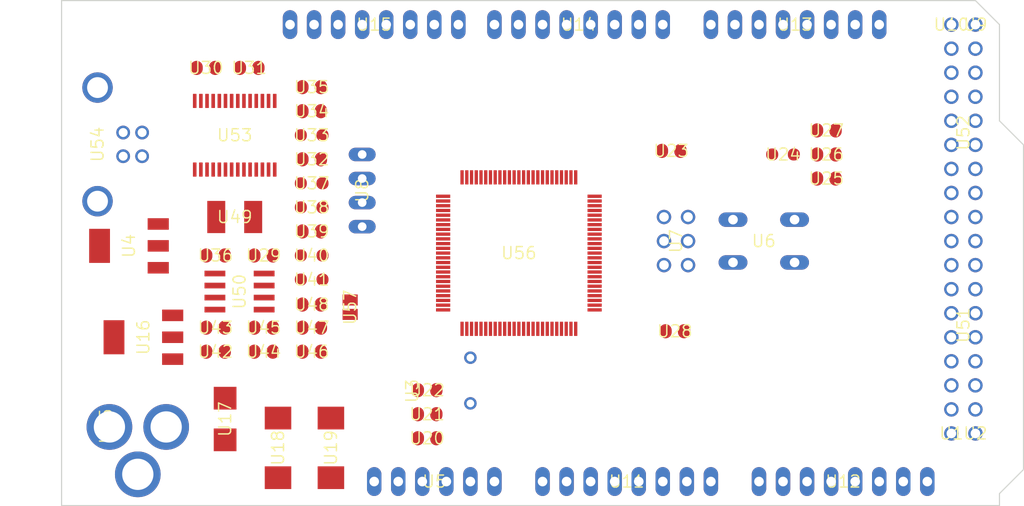
<source format=kicad_pcb>
(kicad_pcb (version 20221018) (generator pcbnew)
  (layers (0 "F.Cu" signal "Top") (31 "B.Cu" signal "Bottom") (34 "B.Paste" user) (35 "F.Paste" user) (36 "B.SilkS" user "B.Silkscreen") (37 "F.SilkS" user "F.Silkscreen") (38 "B.Mask" user) (39 "F.Mask" user) (44 "Edge.Cuts" user))
  (net 0 "")
  (net 1 "+5V")
  (net 2 "GND")
  (net 3 "N$6")
  (net 4 "N$7")
  (net 5 "AREF")
  (net 6 "RESET")
  (net 7 "VIN")
  (net 8 "N$3")
  (net 9 "PWRIN")
  (net 10 "M8RXD")
  (net 11 "M8TXD")
  (net 12 "ADC0")
  (net 13 "ADC2")
  (net 14 "ADC1")
  (net 15 "ADC3")
  (net 16 "ADC4")
  (net 17 "ADC5")
  (net 18 "ADC6")
  (net 19 "ADC7")
  (net 20 "+3V3")
  (net 21 "SDA")
  (net 22 "SCL")
  (net 23 "ADC9")
  (net 24 "ADC8")
  (net 25 "ADC10")
  (net 26 "ADC11")
  (net 27 "ADC12")
  (net 28 "ADC13")
  (net 29 "ADC14")
  (net 30 "ADC15")
  (net 31 "PB3")
  (net 32 "PB2")
  (net 33 "PB1")
  (net 34 "PB5")
  (net 35 "PB4")
  (net 36 "PE5")
  (net 37 "PE4")
  (net 38 "PE3")
  (net 39 "PE1")
  (net 40 "PE0")
  (net 41 "N$15")
  (net 42 "N$53")
  (net 43 "N$54")
  (net 44 "N$55")
  (net 45 "D-")
  (net 46 "D+")
  (net 47 "N$60")
  (net 48 "DTR")
  (net 49 "USBVCC")
  (net 50 "N$2")
  (net 51 "N$4")
  (net 52 "GATE_CMD")
  (net 53 "CMP")
  (net 54 "PB6")
  (net 55 "PH3")
  (net 56 "PH4")
  (net 57 "PH5")
  (net 58 "PH6")
  (net 59 "PG5")
  (net 60 "RXD1")
  (net 61 "TXD1")
  (net 62 "RXD2")
  (net 63 "RXD3")
  (net 64 "TXD2")
  (net 65 "TXD3")
  (net 66 "PC0")
  (net 67 "PC1")
  (net 68 "PC2")
  (net 69 "PC3")
  (net 70 "PC4")
  (net 71 "PC5")
  (net 72 "PC6")
  (net 73 "PC7")
  (net 74 "PB0")
  (net 75 "PG0")
  (net 76 "PG1")
  (net 77 "PG2")
  (net 78 "PD7")
  (net 79 "PA0")
  (net 80 "PA1")
  (net 81 "PA2")
  (net 82 "PA3")
  (net 83 "PA4")
  (net 84 "PA5")
  (net 85 "PA6")
  (net 86 "PA7")
  (net 87 "PL0")
  (net 88 "PL1")
  (net 89 "PL2")
  (net 90 "PL3")
  (net 91 "PL4")
  (net 92 "PL5")
  (net 93 "PL6")
  (net 94 "PL7")
  (net 95 "PB7")
  (net 96 "CTS")
  (net 97 "DSR")
  (net 98 "DCD")
  (net 99 "RI")
  (footprint "Arduino_MEGA_Reference_Design:2X03" (layer "F.Cu") (at 162.5981 103.7336 -90)
    (fp_text reference "U7")
    (fp_text value "")
  )
  (footprint "Arduino_MEGA_Reference_Design:1X08" (layer "F.Cu") (at 152.3111 80.8736 180)
    (fp_text reference "U14")
    (fp_text value "")
  )
  (footprint "Arduino_MEGA_Reference_Design:1X08" (layer "F.Cu") (at 130.7211 80.8736 180)
    (fp_text reference "U15")
    (fp_text value "")
  )
  (footprint "Arduino_MEGA_Reference_Design:SMC_D" (layer "F.Cu") (at 120.5611 125.5776 -90)
    (fp_text reference "U18")
    (fp_text value "")
  )
  (footprint "Arduino_MEGA_Reference_Design:SMC_D" (layer "F.Cu") (at 126.1491 125.5776 -90)
    (fp_text reference "U19")
    (fp_text value "")
  )
  (footprint "Arduino_MEGA_Reference_Design:B3F-10XX" (layer "F.Cu") (at 171.8691 103.7336 180)
    (fp_text reference "U6")
    (fp_text value "")
  )
  (footprint "Arduino_MEGA_Reference_Design:0805RND" (layer "F.Cu") (at 173.9011 94.5896 180)
    (fp_text reference "U24")
    (fp_text value "")
  )
  (footprint "Arduino_MEGA_Reference_Design:SMB" (layer "F.Cu") (at 114.9731 122.5296 -90)
    (fp_text reference "U17")
    (fp_text value "")
  )
  (footprint "Arduino_MEGA_Reference_Design:DC-21MM" (layer "F.Cu") (at 103.0351 123.2916 90)
    (fp_text reference "U55")
    (fp_text value "")
  )
  (footprint "Arduino_MEGA_Reference_Design:HC49_S" (layer "F.Cu") (at 140.8811 118.4656 90)
    (fp_text reference "U3")
    (fp_text value "")
  )
  (footprint "Arduino_MEGA_Reference_Design:SOT223" (layer "F.Cu") (at 106.3371 113.8936 90)
    (fp_text reference "U16")
    (fp_text value "")
  )
  (footprint "Arduino_MEGA_Reference_Design:1X06" (layer "F.Cu") (at 137.0711 129.1336)
    (fp_text reference "U5")
    (fp_text value "")
  )
  (footprint "Arduino_MEGA_Reference_Design:C0805RND" (layer "F.Cu") (at 124.1171 87.4776)
    (fp_text reference "U35")
    (fp_text value "")
  )
  (footprint "Arduino_MEGA_Reference_Design:C0805RND" (layer "F.Cu") (at 162.4711 113.2586)
    (fp_text reference "U28")
    (fp_text value "")
  )
  (footprint "Arduino_MEGA_Reference_Design:C0805RND" (layer "F.Cu") (at 136.3091 122.0216)
    (fp_text reference "U21")
    (fp_text value "")
  )
  (footprint "Arduino_MEGA_Reference_Design:C0805RND" (layer "F.Cu") (at 136.3091 119.4816)
    (fp_text reference "U22")
    (fp_text value "")
  )
  (footprint "Arduino_MEGA_Reference_Design:C0805RND" (layer "F.Cu") (at 113.9571 112.8776)
    (fp_text reference "U43")
    (fp_text value "")
  )
  (footprint "Arduino_MEGA_Reference_Design:RCL_0805RND" (layer "F.Cu") (at 124.1171 105.2576)
    (fp_text reference "U40")
    (fp_text value "")
  )
  (footprint "Arduino_MEGA_Reference_Design:RCL_0805RND" (layer "F.Cu") (at 124.1171 107.7976)
    (fp_text reference "U41")
    (fp_text value "")
  )
  (footprint "Arduino_MEGA_Reference_Design:1X08" (layer "F.Cu") (at 157.3911 129.1336)
    (fp_text reference "U11")
    (fp_text value "")
  )
  (footprint "Arduino_MEGA_Reference_Design:1X08" (layer "F.Cu") (at 175.1711 80.8736 180)
    (fp_text reference "U13")
    (fp_text value "")
  )
  (footprint "Arduino_MEGA_Reference_Design:R0805RND" (layer "F.Cu") (at 178.4731 94.5896 180)
    (fp_text reference "U26")
    (fp_text value "")
  )
  (footprint "Arduino_MEGA_Reference_Design:R0805RND" (layer "F.Cu") (at 178.4731 92.0496 180)
    (fp_text reference "U27")
    (fp_text value "")
  )
  (footprint "Arduino_MEGA_Reference_Design:TQFP100" (layer "F.Cu") (at 146.00128173828125 105.0035171508789 0)
    (fp_text reference "U56")
    (fp_text value "")
  )
  (footprint "Arduino_MEGA_Reference_Design:C0805RND" (layer "F.Cu") (at 162.0901 94.2086 180)
    (fp_text reference "U23")
    (fp_text value "")
  )
  (footprint "Arduino_MEGA_Reference_Design:C0805RND" (layer "F.Cu") (at 136.3091 124.5616)
    (fp_text reference "U20")
    (fp_text value "")
  )
  (footprint "Arduino_MEGA_Reference_Design:1X08" (layer "F.Cu") (at 180.2511 129.1336)
    (fp_text reference "U12")
    (fp_text value "")
  )
  (footprint "Arduino_MEGA_Reference_Design:R0805RND" (layer "F.Cu") (at 124.1171 112.8776)
    (fp_text reference "U47")
    (fp_text value "")
  )
  (footprint "Arduino_MEGA_Reference_Design:C0805RND" (layer "F.Cu") (at 124.1171 115.4176)
    (fp_text reference "U46")
    (fp_text value "")
  )
  (footprint "Arduino_MEGA_Reference_Design:C0805RND" (layer "F.Cu") (at 113.9571 105.2576)
    (fp_text reference "U36")
    (fp_text value "")
  )
  (footprint "Arduino_MEGA_Reference_Design:C0805RND" (layer "F.Cu") (at 112.9411 85.4456)
    (fp_text reference "U30")
    (fp_text value "")
  )
  (footprint "Arduino_MEGA_Reference_Design:0805RND" (layer "F.Cu") (at 124.1171 100.1776 180)
    (fp_text reference "U38")
    (fp_text value "")
  )
  (footprint "Arduino_MEGA_Reference_Design:0805RND" (layer "F.Cu") (at 124.1171 97.6376 180)
    (fp_text reference "U37")
    (fp_text value "")
  )
  (footprint "Arduino_MEGA_Reference_Design:R0805RND" (layer "F.Cu") (at 124.1171 95.0976)
    (fp_text reference "U32")
    (fp_text value "")
  )
  (footprint "Arduino_MEGA_Reference_Design:R0805RND" (layer "F.Cu") (at 124.1171 102.7176)
    (fp_text reference "U39")
    (fp_text value "")
  )
  (footprint "Arduino_MEGA_Reference_Design:SSOP28" (layer "F.Cu") (at 115.9891 92.5576)
    (fp_text reference "U53")
    (fp_text value "")
  )
  (footprint "Arduino_MEGA_Reference_Design:PN61729" (layer "F.Cu") (at 98.9584 93.5228 -90)
    (fp_text reference "U54")
    (fp_text value "")
  )
  (footprint "Arduino_MEGA_Reference_Design:L1812" (layer "F.Cu") (at 115.9891 101.1936)
    (fp_text reference "U49")
    (fp_text value "")
  )
  (footprint "Arduino_MEGA_Reference_Design:C0805RND" (layer "F.Cu") (at 117.5131 85.4456)
    (fp_text reference "U31")
    (fp_text value "")
  )
  (footprint "Arduino_MEGA_Reference_Design:0805RND" (layer "F.Cu") (at 124.1171 92.5576 180)
    (fp_text reference "U33")
    (fp_text value "")
  )
  (footprint "Arduino_MEGA_Reference_Design:R0805RND" (layer "F.Cu") (at 124.1171 90.0176 180)
    (fp_text reference "U34")
    (fp_text value "")
  )
  (footprint "Arduino_MEGA_Reference_Design:C0805RND" (layer "F.Cu") (at 124.1171 110.4392 180)
    (fp_text reference "U48")
    (fp_text value "")
  )
  (footprint "Arduino_MEGA_Reference_Design:SOT223" (layer "F.Cu") (at 104.8131 104.2416 90)
    (fp_text reference "U4")
    (fp_text value "")
  )
  (footprint "Arduino_MEGA_Reference_Design:SO08" (layer "F.Cu") (at 116.4971 109.0676 -90)
    (fp_text reference "U50")
    (fp_text value "")
  )
  (footprint "Arduino_MEGA_Reference_Design:R0805RND" (layer "F.Cu") (at 113.9571 115.4176 180)
    (fp_text reference "U42")
    (fp_text value "")
  )
  (footprint "Arduino_MEGA_Reference_Design:R0805RND" (layer "F.Cu") (at 119.0371 112.8776 180)
    (fp_text reference "U45")
    (fp_text value "")
  )
  (footprint "Arduino_MEGA_Reference_Design:C0805RND" (layer "F.Cu") (at 119.0371 115.4176 180)
    (fp_text reference "U44")
    (fp_text value "")
  )
  (footprint "Arduino_MEGA_Reference_Design:C0805RND" (layer "F.Cu") (at 119.0371 105.2576)
    (fp_text reference "U29")
    (fp_text value "")
  )
  (footprint "Arduino_MEGA_Reference_Design:2X08" (layer "F.Cu") (at 192.9511 92.3036 90)
    (fp_text reference "U52")
    (fp_text value "")
  )
  (footprint "Arduino_MEGA_Reference_Design:2X08" (layer "F.Cu") (at 192.9511 112.6236 90)
    (fp_text reference "U51")
    (fp_text value "")
  )
  (footprint "Arduino_MEGA_Reference_Design:R0805RND" (layer "F.Cu") (at 178.4731 97.1296 180)
    (fp_text reference "U25")
    (fp_text value "")
  )
  (footprint "Arduino_MEGA_Reference_Design:1X01" (layer "F.Cu") (at 191.6811 80.8736)
    (fp_text reference "U10")
    (fp_text value "")
  )
  (footprint "Arduino_MEGA_Reference_Design:1X01" (layer "F.Cu") (at 194.2211 80.8736)
    (fp_text reference "U9")
    (fp_text value "")
  )
  (footprint "Arduino_MEGA_Reference_Design:1X01" (layer "F.Cu") (at 191.6811 124.0536)
    (fp_text reference "U1")
    (fp_text value "")
  )
  (footprint "Arduino_MEGA_Reference_Design:1X01" (layer "F.Cu") (at 194.2211 124.0536)
    (fp_text reference "U2")
    (fp_text value "")
  )
  (footprint "Arduino_MEGA_Reference_Design:SJ" (layer "F.Cu") (at 128.1811 110.7186 -90)
    (fp_text reference "U57")
    (fp_text value "")
  )
  (footprint "Arduino_MEGA_Reference_Design:JP4" (layer "F.Cu") (at 129.4511 98.3996 -90)
    (fp_text reference "U8")
    (fp_text value "")
  )
  (gr_line (start 196.7611 80.8736) (end 196.7611 91.0336) (layer "Edge.Cuts") (width 0.12))
  (gr_line (start 196.7611 130.4036) (end 196.7611 131.6736) (layer "Edge.Cuts") (width 0.12))
  (gr_line (start 194.2211 78.3336) (end 196.7611 80.8736) (layer "Edge.Cuts") (width 0.12))
  (gr_line (start 97.7011 78.3336) (end 194.2211 78.3336) (layer "Edge.Cuts") (width 0.12))
  (gr_line (start 196.7611 91.0336) (end 199.3011 93.5736) (layer "Edge.Cuts") (width 0.12))
  (gr_line (start 97.7011 131.6736) (end 97.7011 78.3336) (layer "Edge.Cuts") (width 0.12))
  (gr_line (start 196.7611 131.6736) (end 97.7011 131.6736) (layer "Edge.Cuts") (width 0.12))
  (gr_line (start 199.3011 93.5736) (end 199.3011 127.8636) (layer "Edge.Cuts") (width 0.12))
  (gr_line (start 199.3011 127.8636) (end 196.7611 130.4036) (layer "Edge.Cuts") (width 0.12))
)
</source>
